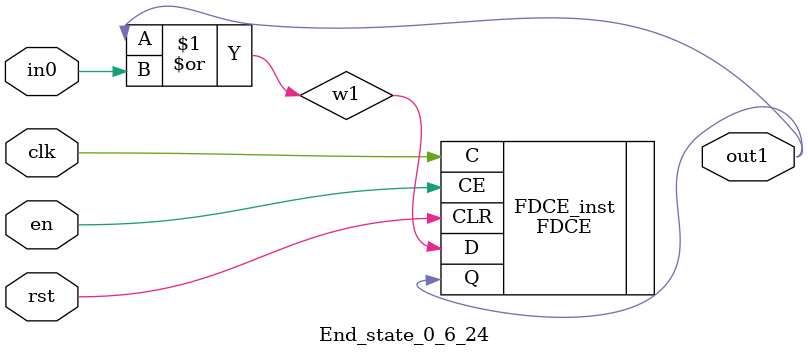
<source format=v>
module engine_0_6(out,clk,sod,en, in_33, in_0, in_1, in_3, in_8, in_12, in_17, in_19, in_21, in_24, in_25, in_26, in_27, in_29, in_30, in_31);
//pcre: /^[a-zA-Z]+\s+\x2Fsetup\x2F\index\x2Ejsp.*\x2E\x2E\x2F/mi
//block char: \x69[8], ^[9], \x20[8], N[0], S[0], \x2E[8], e[0], d[0], p[0], [\z617a\z415a][1], \x2F[8], x[0], j[0], u[0], t[0], .[7], 

	input clk,sod,en;

	input in_33, in_0, in_1, in_3, in_8, in_12, in_17, in_19, in_21, in_24, in_25, in_26, in_27, in_29, in_30, in_31;
	output out;

	assign w0 = 1'b1;
	state_0_6_1 BlockState_0_6_1 (w1,in_0,clk,en,sod,w0);
	state_0_6_2 BlockState_0_6_2 (w2,in_24,clk,en,sod,w2,w1);
	state_0_6_3 BlockState_0_6_3 (w3,in_1,clk,en,sod,w3,w2);
	state_0_6_4 BlockState_0_6_4 (w4,in_25,clk,en,sod,w3);
	state_0_6_5 BlockState_0_6_5 (w5,in_8,clk,en,sod,w4);
	state_0_6_6 BlockState_0_6_6 (w6,in_17,clk,en,sod,w5);
	state_0_6_7 BlockState_0_6_7 (w7,in_30,clk,en,sod,w6);
	state_0_6_8 BlockState_0_6_8 (w8,in_29,clk,en,sod,w7);
	state_0_6_9 BlockState_0_6_9 (w9,in_21,clk,en,sod,w8);
	state_0_6_10 BlockState_0_6_10 (w10,in_25,clk,en,sod,w9);
	state_0_6_11 BlockState_0_6_11 (w11,in_33,clk,en,sod,w10);
	state_0_6_12 BlockState_0_6_12 (w12,in_3,clk,en,sod,w11);
	state_0_6_13 BlockState_0_6_13 (w13,in_19,clk,en,sod,w12);
	state_0_6_14 BlockState_0_6_14 (w14,in_17,clk,en,sod,w13);
	state_0_6_15 BlockState_0_6_15 (w15,in_26,clk,en,sod,w14);
	state_0_6_16 BlockState_0_6_16 (w16,in_12,clk,en,sod,w15);
	state_0_6_17 BlockState_0_6_17 (w17,in_27,clk,en,sod,w16);
	state_0_6_18 BlockState_0_6_18 (w18,in_8,clk,en,sod,w17);
	state_0_6_19 BlockState_0_6_19 (w19,in_21,clk,en,sod,w18);
	state_0_6_20 BlockState_0_6_20 (w20,in_31,clk,en,sod,w20,w19);
	state_0_6_21 BlockState_0_6_21 (w21,in_12,clk,en,sod,w19,w20);
	state_0_6_22 BlockState_0_6_22 (w22,in_12,clk,en,sod,w21);
	state_0_6_23 BlockState_0_6_23 (w23,in_25,clk,en,sod,w22);
	End_state_0_6_24 BlockState_0_6_24 (out,clk,en,sod,w23);
endmodule

module state_0_6_1(out1,in_char,clk,en,rst,in0);
	input in_char,clk,en,rst,in0;
	output out1;
	wire w1,w2;
	assign w1 = in0; 
	and(w2,in_char,w1);
	FDCE #(.INIT(1'b0)) FDCE_inst (
		.Q(out1),
		.C(clk),
		.CE(en),
		.CLR(rst),
		.D(w2)
);
endmodule

module state_0_6_2(out1,in_char,clk,en,rst,in0,in1);
	input in_char,clk,en,rst,in0,in1;
	output out1;
	wire w1,w2;
	or(w1,in0,in1);
	and(w2,in_char,w1);
	FDCE #(.INIT(1'b0)) FDCE_inst (
		.Q(out1),
		.C(clk),
		.CE(en),
		.CLR(rst),
		.D(w2)
);
endmodule

module state_0_6_3(out1,in_char,clk,en,rst,in0,in1);
	input in_char,clk,en,rst,in0,in1;
	output out1;
	wire w1,w2;
	or(w1,in0,in1);
	and(w2,in_char,w1);
	FDCE #(.INIT(1'b0)) FDCE_inst (
		.Q(out1),
		.C(clk),
		.CE(en),
		.CLR(rst),
		.D(w2)
);
endmodule

module state_0_6_4(out1,in_char,clk,en,rst,in0);
	input in_char,clk,en,rst,in0;
	output out1;
	wire w1,w2;
	assign w1 = in0; 
	and(w2,in_char,w1);
	FDCE #(.INIT(1'b0)) FDCE_inst (
		.Q(out1),
		.C(clk),
		.CE(en),
		.CLR(rst),
		.D(w2)
);
endmodule

module state_0_6_5(out1,in_char,clk,en,rst,in0);
	input in_char,clk,en,rst,in0;
	output out1;
	wire w1,w2;
	assign w1 = in0; 
	and(w2,in_char,w1);
	FDCE #(.INIT(1'b0)) FDCE_inst (
		.Q(out1),
		.C(clk),
		.CE(en),
		.CLR(rst),
		.D(w2)
);
endmodule

module state_0_6_6(out1,in_char,clk,en,rst,in0);
	input in_char,clk,en,rst,in0;
	output out1;
	wire w1,w2;
	assign w1 = in0; 
	and(w2,in_char,w1);
	FDCE #(.INIT(1'b0)) FDCE_inst (
		.Q(out1),
		.C(clk),
		.CE(en),
		.CLR(rst),
		.D(w2)
);
endmodule

module state_0_6_7(out1,in_char,clk,en,rst,in0);
	input in_char,clk,en,rst,in0;
	output out1;
	wire w1,w2;
	assign w1 = in0; 
	and(w2,in_char,w1);
	FDCE #(.INIT(1'b0)) FDCE_inst (
		.Q(out1),
		.C(clk),
		.CE(en),
		.CLR(rst),
		.D(w2)
);
endmodule

module state_0_6_8(out1,in_char,clk,en,rst,in0);
	input in_char,clk,en,rst,in0;
	output out1;
	wire w1,w2;
	assign w1 = in0; 
	and(w2,in_char,w1);
	FDCE #(.INIT(1'b0)) FDCE_inst (
		.Q(out1),
		.C(clk),
		.CE(en),
		.CLR(rst),
		.D(w2)
);
endmodule

module state_0_6_9(out1,in_char,clk,en,rst,in0);
	input in_char,clk,en,rst,in0;
	output out1;
	wire w1,w2;
	assign w1 = in0; 
	and(w2,in_char,w1);
	FDCE #(.INIT(1'b0)) FDCE_inst (
		.Q(out1),
		.C(clk),
		.CE(en),
		.CLR(rst),
		.D(w2)
);
endmodule

module state_0_6_10(out1,in_char,clk,en,rst,in0);
	input in_char,clk,en,rst,in0;
	output out1;
	wire w1,w2;
	assign w1 = in0; 
	and(w2,in_char,w1);
	FDCE #(.INIT(1'b0)) FDCE_inst (
		.Q(out1),
		.C(clk),
		.CE(en),
		.CLR(rst),
		.D(w2)
);
endmodule

module state_0_6_11(out1,in_char,clk,en,rst,in0);
	input in_char,clk,en,rst,in0;
	output out1;
	wire w1,w2;
	assign w1 = in0; 
	and(w2,in_char,w1);
	FDCE #(.INIT(1'b0)) FDCE_inst (
		.Q(out1),
		.C(clk),
		.CE(en),
		.CLR(rst),
		.D(w2)
);
endmodule

module state_0_6_12(out1,in_char,clk,en,rst,in0);
	input in_char,clk,en,rst,in0;
	output out1;
	wire w1,w2;
	assign w1 = in0; 
	and(w2,in_char,w1);
	FDCE #(.INIT(1'b0)) FDCE_inst (
		.Q(out1),
		.C(clk),
		.CE(en),
		.CLR(rst),
		.D(w2)
);
endmodule

module state_0_6_13(out1,in_char,clk,en,rst,in0);
	input in_char,clk,en,rst,in0;
	output out1;
	wire w1,w2;
	assign w1 = in0; 
	and(w2,in_char,w1);
	FDCE #(.INIT(1'b0)) FDCE_inst (
		.Q(out1),
		.C(clk),
		.CE(en),
		.CLR(rst),
		.D(w2)
);
endmodule

module state_0_6_14(out1,in_char,clk,en,rst,in0);
	input in_char,clk,en,rst,in0;
	output out1;
	wire w1,w2;
	assign w1 = in0; 
	and(w2,in_char,w1);
	FDCE #(.INIT(1'b0)) FDCE_inst (
		.Q(out1),
		.C(clk),
		.CE(en),
		.CLR(rst),
		.D(w2)
);
endmodule

module state_0_6_15(out1,in_char,clk,en,rst,in0);
	input in_char,clk,en,rst,in0;
	output out1;
	wire w1,w2;
	assign w1 = in0; 
	and(w2,in_char,w1);
	FDCE #(.INIT(1'b0)) FDCE_inst (
		.Q(out1),
		.C(clk),
		.CE(en),
		.CLR(rst),
		.D(w2)
);
endmodule

module state_0_6_16(out1,in_char,clk,en,rst,in0);
	input in_char,clk,en,rst,in0;
	output out1;
	wire w1,w2;
	assign w1 = in0; 
	and(w2,in_char,w1);
	FDCE #(.INIT(1'b0)) FDCE_inst (
		.Q(out1),
		.C(clk),
		.CE(en),
		.CLR(rst),
		.D(w2)
);
endmodule

module state_0_6_17(out1,in_char,clk,en,rst,in0);
	input in_char,clk,en,rst,in0;
	output out1;
	wire w1,w2;
	assign w1 = in0; 
	and(w2,in_char,w1);
	FDCE #(.INIT(1'b0)) FDCE_inst (
		.Q(out1),
		.C(clk),
		.CE(en),
		.CLR(rst),
		.D(w2)
);
endmodule

module state_0_6_18(out1,in_char,clk,en,rst,in0);
	input in_char,clk,en,rst,in0;
	output out1;
	wire w1,w2;
	assign w1 = in0; 
	and(w2,in_char,w1);
	FDCE #(.INIT(1'b0)) FDCE_inst (
		.Q(out1),
		.C(clk),
		.CE(en),
		.CLR(rst),
		.D(w2)
);
endmodule

module state_0_6_19(out1,in_char,clk,en,rst,in0);
	input in_char,clk,en,rst,in0;
	output out1;
	wire w1,w2;
	assign w1 = in0; 
	and(w2,in_char,w1);
	FDCE #(.INIT(1'b0)) FDCE_inst (
		.Q(out1),
		.C(clk),
		.CE(en),
		.CLR(rst),
		.D(w2)
);
endmodule

module state_0_6_20(out1,in_char,clk,en,rst,in0,in1);
	input in_char,clk,en,rst,in0,in1;
	output out1;
	wire w1,w2;
	or(w1,in0,in1);
	and(w2,in_char,w1);
	FDCE #(.INIT(1'b0)) FDCE_inst (
		.Q(out1),
		.C(clk),
		.CE(en),
		.CLR(rst),
		.D(w2)
);
endmodule

module state_0_6_21(out1,in_char,clk,en,rst,in0,in1);
	input in_char,clk,en,rst,in0,in1;
	output out1;
	wire w1,w2;
	or(w1,in0,in1);
	and(w2,in_char,w1);
	FDCE #(.INIT(1'b0)) FDCE_inst (
		.Q(out1),
		.C(clk),
		.CE(en),
		.CLR(rst),
		.D(w2)
);
endmodule

module state_0_6_22(out1,in_char,clk,en,rst,in0);
	input in_char,clk,en,rst,in0;
	output out1;
	wire w1,w2;
	assign w1 = in0; 
	and(w2,in_char,w1);
	FDCE #(.INIT(1'b0)) FDCE_inst (
		.Q(out1),
		.C(clk),
		.CE(en),
		.CLR(rst),
		.D(w2)
);
endmodule

module state_0_6_23(out1,in_char,clk,en,rst,in0);
	input in_char,clk,en,rst,in0;
	output out1;
	wire w1,w2;
	assign w1 = in0; 
	and(w2,in_char,w1);
	FDCE #(.INIT(1'b0)) FDCE_inst (
		.Q(out1),
		.C(clk),
		.CE(en),
		.CLR(rst),
		.D(w2)
);
endmodule

module End_state_0_6_24(out1,clk,en,rst,in0);
	input clk,rst,en,in0;
	output out1;
	wire w1;
	or(w1,out1,in0);
	FDCE #(.INIT(1'b0)) FDCE_inst (
		.Q(out1),
		.C(clk),
		.CE(en),
		.CLR(rst),
		.D(w1)
);
endmodule


</source>
